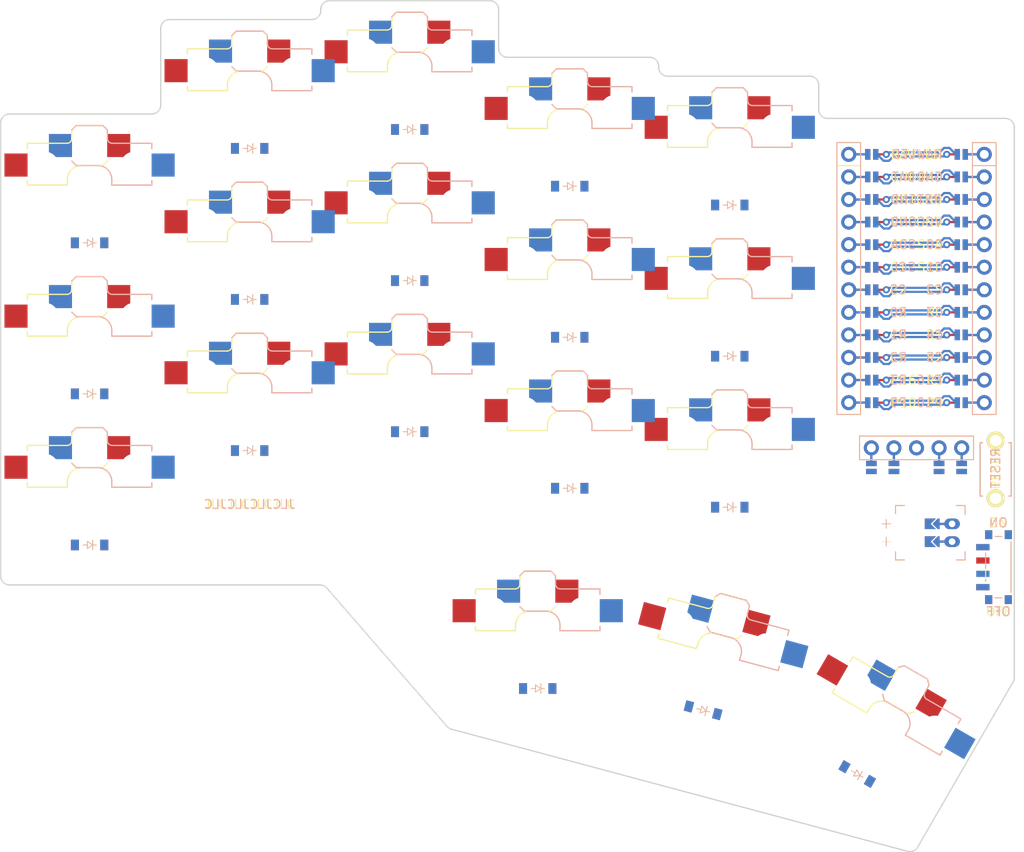
<source format=kicad_pcb>
(kicad_pcb (version 20240108) (generator "pcbnew") (generator_version "8.0")
  (title_block (title "corney_island_wireless") (date "2024-12-31") (rev "0.2") (company "ceoloide"))
  (layers (0 "F.Cu" signal) (31 "B.Cu" signal) (34 "B.Paste" user) (35 "F.Paste" user) (36 "B.SilkS" user "B.Silkscreen") (37 "F.SilkS" user "F.Silkscreen") (38 "B.Mask" user) (39 "F.Mask" user) (44 "Edge.Cuts" user))
  (net 0 "")
  (net 1 "C1")
  (net 2 "pinky_bottom_B")
  (net 3 "GND")
  (net 4 "pinky_home_B")
  (net 5 "pinky_top_B")
  (net 6 "C2")
  (net 7 "ring_bottom_B")
  (net 8 "ring_home_B")
  (net 9 "ring_top_B")
  (net 10 "C3")
  (net 11 "middle_bottom_B")
  (net 12 "middle_home_B")
  (net 13 "middle_top_B")
  (net 14 "C4")
  (net 15 "index_bottom_B")
  (net 16 "index_home_B")
  (net 17 "index_top_B")
  (net 18 "C5")
  (net 19 "inner_bottom_B")
  (net 20 "inner_home_B")
  (net 21 "inner_top_B")
  (net 22 "near_home_B")
  (net 23 "mid_home_B")
  (net 24 "far_home_B")
  (net 25 "R2")
  (net 26 "R1")
  (net 27 "R0")
  (net 28 "R3")
  (net 29 "pinky_bottom_F")
  (net 30 "pinky_home_F")
  (net 31 "pinky_top_F")
  (net 32 "ring_bottom_F")
  (net 33 "ring_home_F")
  (net 34 "ring_top_F")
  (net 35 "middle_bottom_F")
  (net 36 "middle_home_F")
  (net 37 "middle_top_F")
  (net 38 "index_bottom_F")
  (net 39 "index_home_F")
  (net 40 "index_top_F")
  (net 41 "inner_bottom_F")
  (net 42 "inner_home_F")
  (net 43 "inner_top_F")
  (net 44 "near_home_F")
  (net 45 "mid_home_F")
  (net 46 "far_home_F")
  (net 47 "RAW")
  (net 48 "RST")
  (net 49 "VCC")
  (net 50 "C0")
  (net 51 "P16")
  (net 52 "P10")
  (net 53 "LED")
  (net 54 "DAT")
  (net 55 "SDA")
  (net 56 "SCL")
  (net 57 "CS")
  (net 58 "P9")
  (net 59 "MCU1_24")
  (net 60 "MCU1_1")
  (net 61 "MCU1_23")
  (net 62 "MCU1_2")
  (net 63 "MCU1_22")
  (net 64 "MCU1_3")
  (net 65 "MCU1_21")
  (net 66 "MCU1_4")
  (net 67 "MCU1_20")
  (net 68 "MCU1_5")
  (net 69 "MCU1_19")
  (net 70 "MCU1_6")
  (net 71 "MCU1_18")
  (net 72 "MCU1_7")
  (net 73 "MCU1_17")
  (net 74 "MCU1_8")
  (net 75 "MCU1_16")
  (net 76 "MCU1_9")
  (net 77 "MCU1_15")
  (net 78 "MCU1_10")
  (net 79 "MCU1_14")
  (net 80 "MCU1_11")
  (net 81 "MCU1_13")
  (net 82 "MCU1_12")
  (net 83 "MOSI")
  (net 84 "SCK")
  (net 85 "DISP1_1")
  (net 86 "DISP1_2")
  (net 87 "DISP1_4")
  (net 88 "DISP1_5")
  (net 89 "BAT_P")
  (net 90 "JST1_1")
  (net 91 "JST1_2")
  (footprint "kbd:ResetSW" (layer "F.Cu") (at 201.9 96.5 90)
    (property "Reference" "B1" (hide yes))
    (property "Value" "")
  )
  (footprint "ceoloide:switch_choc_v1_v2" (layer "F.Cu") (at 170.293294 118.769002 -15)
    (property "Reference" "S35" (hide yes))
    (property "Value" "")
  )
  (footprint "ceoloide:diode_tht_sod123" (layer "F.Cu") (at 172 100.75 180)
    (property "Reference" "D31" (hide yes))
    (property "Value" "")
  )
  (footprint "ceoloide:switch_choc_v1_v2" (layer "F.Cu") (at 118 89.375)
    (property "Reference" "S22" (hide yes))
    (property "Value" "")
  )
  (footprint "ceoloide:switch_choc_v1_v2" (layer "F.Cu") (at 136 53.25)
    (property "Reference" "S27" (hide yes))
    (property "Value" "")
  )
  (footprint "ceoloide:mounting_hole_npth" (layer "F.Cu") (at 163 68.125)
    (property "Reference" "MH5" (hide yes))
    (property "Value" "")
  )
  (footprint "ceoloide:mounting_hole_npth" (layer "F.Cu") (at 181.186589 112.888004 -15)
    (property "Reference" "MH7" (hide yes))
    (property "Value" "")
  )
  (footprint "ceoloide:diode_tht_sod123" (layer "F.Cu") (at 154 64.625 180)
    (property "Reference" "D30" (hide yes))
    (property "Value" "")
  )
  (footprint "ceoloide:diode_tht_sod123" (layer "F.Cu") (at 168.999199 123.598631 165)
    (property "Reference" "D35" (hide yes))
    (property "Value" "")
  )
  (footprint "ceoloide:mounting_hole_npth" (layer "F.Cu") (at 201 114.475)
    (property "Reference" "MH2" (hide yes))
    (property "Value" "")
  )
  (footprint "ceoloide:diode_tht_sod123" (layer "F.Cu") (at 172 66.75 180)
    (property "Reference" "D33" (hide yes))
    (property "Value" "")
  )
  (footprint "ceoloide:diode_tht_sod123" (layer "F.Cu") (at 154 98.625 180)
    (property "Reference" "D28" (hide yes))
    (property "Value" "")
  )
  (footprint "ceoloide:diode_tht_sod123" (layer "F.Cu") (at 100 88 180)
    (property "Reference" "D20" (hide yes))
    (property "Value" "")
  )
  (footprint "ceoloide:mcu_nice_nano" (layer "F.Cu") (at 193 73.745)
    (property "Reference" "MCU1" (hide yes))
    (property "Value" "")
  )
  (footprint "ceoloide:diode_tht_sod123" (layer "F.Cu") (at 136 58.25 180)
    (property "Reference" "D27" (hide yes))
    (property "Value" "")
  )
  (footprint "ceoloide:diode_tht_sod123" (layer "F.Cu") (at 118 77.375 180)
    (property "Reference" "D23" (hide yes))
    (property "Value" "")
  )
  (footprint "ceoloide:diode_tht_sod123" (layer "F.Cu") (at 150.4 121.15 180)
    (property "Reference" "D34" (hide yes))
    (property "Value" "")
  )
  (footprint "ceoloide:mounting_hole_npth" (layer "F.Cu") (at 185 105.575)
    (property "Reference" "MH1" (hide yes))
    (property "Value" "")
  )
  (footprint "ceoloide:diode_tht_sod123" (layer "F.Cu") (at 100 71 180)
    (property "Reference" "D21" (hide yes))
    (property "Value" "")
  )
  (footprint "ceoloide:switch_choc_v1_v2" (layer "F.Cu") (at 154 76.625)
    (property "Reference" "S29" (hide yes))
    (property "Value" "")
  )
  (footprint "ceoloide:switch_choc_v1_v2" (layer "F.Cu") (at 172 95.75)
    (property "Reference" "S31" (hide yes))
    (property "Value" "")
  )
  (footprint "ceoloide:switch_choc_v1_v2" (layer "F.Cu") (at 172 78.75)
    (property "Reference" "S32" (hide yes))
    (property "Value" "")
  )
  (footprint "ceoloide:switch_choc_v1_v2" (layer "F.Cu") (at 136 87.25)
    (property "Reference" "S25" (hide yes))
    (property "Value" "")
  )
  (footprint "ceoloide:mounting_hole_npth" (layer "F.Cu") (at 141.4 107.65)
    (property "Reference" "MH6" (hide yes))
    (property "Value" "")
  )
  (footprint "ceoloide:switch_choc_v1_v2" (layer "F.Cu") (at 188.830894 126.447527 -30)
    (property "Reference" "S36" (hide yes))
    (property "Value" "")
  )
  (footprint "ceoloide:switch_choc_v1_v2" (layer "F.Cu") (at 100 83)
    (property "Reference" "S20" (hide yes))
    (property "Value" "")
  )
  (footprint "ceoloide:display_nice_view" (layer "F.Cu") (at 193 77.375)
    (property "Reference" "DISP1" (hide yes))
    (property "Value" "")
  )
  (footprint "ceoloide:switch_choc_v1_v2" (layer "F.Cu") (at 136 70.25)
    (property "Reference" "S26" (hide yes))
    (property "Value" "")
  )
  (footprint "ceoloide:switch_choc_v1_v2" (layer "F.Cu") (at 118 55.375)
    (property "Reference" "S24" (hide yes))
    (property "Value" "")
  )
  (footprint "ceoloide:diode_tht_sod123" (layer "F.Cu") (at 172 83.75 180)
    (property "Reference" "D32" (hide yes))
    (property "Value" "")
  )
  (footprint "ceoloide:switch_choc_v1_v2" (layer "F.Cu") (at 100 66)
    (property "Reference" "S21" (hide yes))
    (property "Value" "")
  )
  (footprint "ceoloide:power_switch_smd_side" (layer "F.Cu") (at 202.2 107.5)
    (property "Reference" "PWR1" (hide yes))
    (property "Value" "")
  )
  (footprint "ceoloide:switch_choc_v1_v2" (layer "F.Cu") (at 100 100)
    (property "Reference" "S19" (hide yes))
    (property "Value" "")
  )
  (footprint "ceoloide:diode_tht_sod123" (layer "F.Cu") (at 100 105 180)
    (property "Reference" "D19" (hide yes))
    (property "Value" "")
  )
  (footprint "ceoloide:diode_tht_sod123" (layer "F.Cu") (at 118 94.375 180)
    (property "Reference" "D22" (hide yes))
    (property "Value" "")
  )
  (footprint "ceoloide:mounting_hole_npth" (layer "F.Cu") (at 109 74.5)
    (property "Reference" "MH3" (hide yes))
    (property "Value" "")
  )
  (footprint "ceoloide:diode_tht_sod123" (layer "F.Cu") (at 136 75.25 180)
    (property "Reference" "D26" (hide yes))
    (property "Value" "")
  )
  (footprint "ceoloide:battery_connector_jst_ph_2" (layer "F.Cu") (at 197 103.625 -90)
    (property "Reference" "JST1" (hide yes))
    (property "Value" "")
  )
  (footprint "ceoloide:switch_choc_v1_v2" (layer "F.Cu") (at 154 93.625)
    (property "Reference" "S28" (hide yes))
    (property "Value" "")
  )
  (footprint "ceoloide:diode_tht_sod123" (layer "F.Cu") (at 118 60.375 180)
    (property "Reference" "D24" (hide yes))
    (property "Value" "")
  )
  (footprint "ceoloide:switch_choc_v1_v2" (layer "F.Cu") (at 172 61.75)
    (property "Reference" "S33" (hide yes))
    (property "Value" "")
  )
  (footprint "ceoloide:mounting_hole_npth" (layer "F.Cu") (at 109 91.5)
    (property "Reference" "MH4" (hide yes))
    (property "Value" "")
  )
  (footprint "ceoloide:switch_choc_v1_v2" (layer "F.Cu") (at 154 59.625)
    (property "Reference" "S30" (hide yes))
    (property "Value" "")
  )
  (footprint "ceoloide:diode_tht_sod123" (layer "F.Cu") (at 186.330894 130.777654 150)
    (property "Reference" "D36" (hide yes))
    (property "Value" "")
  )
  (footprint "ceoloide:diode_tht_sod123" (layer "F.Cu") (at 154 81.625 180)
    (property "Reference" "D29" (hide yes))
    (property "Value" "")
  )
  (footprint "ceoloide:switch_choc_v1_v2" (layer "F.Cu") (at 118 72.375)
    (property "Reference" "S23" (hide yes))
    (property "Value" "")
  )
  (footprint "ceoloide:diode_tht_sod123" (layer "F.Cu") (at 136 92.25 180)
    (property "Reference" "D25" (hide yes))
    (property "Value" "")
  )
  (footprint "ceoloide:switch_choc_v1_v2" (layer "F.Cu") (at 150.4 116.15)
    (property "Reference" "S34" (hide yes))
    (property "Value" "")
  )
  (footprint "ceoloide:diode_tht_sod123" (layer "B.Cu") (at 118 60.375 180)
    (property "Reference" "D6" (hide yes))
    (property "Value" "")
  )
  (footprint "ceoloide:switch_choc_v1_v2" (layer "B.Cu") (at 154 76.625)
    (property "Reference" "S11" (hide yes))
    (property "Value" "")
  )
  (footprint "ceoloide:switch_choc_v1_v2" (layer "B.Cu") (at 172 95.75)
    (property "Reference" "S13" (hide yes))
    (property "Value" "")
  )
  (footprint "ceoloide:switch_choc_v1_v2" (layer "B.Cu") (at 188.830894 126.447527 -30)
    (property "Reference" "S18" (hide yes))
    (property "Value" "")
  )
  (footprint "ceoloide:switch_choc_v1_v2" (layer "B.Cu") (at 136 87.25)
    (property "Reference" "S7" (hide yes))
    (property "Value" "")
  )
  (footprint "ceoloide:switch_choc_v1_v2" (layer "B.Cu") (at 170.293294 118.769002 -15)
    (property "Reference" "S17" (hide yes))
    (property "Value" "")
  )
  (footprint "ceoloide:diode_tht_sod123" (layer "B.Cu") (at 136 92.25 180)
    (property "Reference" "D7" (hide yes))
    (property "Value" "")
  )
  (footprint "ceoloide:switch_choc_v1_v2" (layer "B.Cu") (at 100 66)
    (property "Reference" "S3" (hide yes))
    (property "Value" "")
  )
  (footprint "ceoloide:diode_tht_sod123" (layer "B.Cu") (at 186.330894 130.777654 150)
    (property "Reference" "D18" (hide yes))
    (property "Value" "")
  )
  (footprint "ceoloide:switch_choc_v1_v2" (layer "B.Cu") (at 118 72.375)
    (property "Reference" "S5" (hide yes))
    (property "Value" "")
  )
  (footprint "ceoloide:diode_tht_sod123" (layer "B.Cu") (at 172 100.75 180)
    (property "Reference" "D13" (hide yes))
    (property "Value" "")
  )
  (footprint "ceoloide:diode_tht_sod123" (layer "B.Cu") (at 168.999199 123.598631 165)
    (property "Reference" "D17" (hide yes))
    (property "Value" "")
  )
  (footprint "ceoloide:switch_choc_v1_v2" (layer "B.Cu") (at 172 61.75)
    (property "Reference" "S15" (hide yes))
    (property "Value" "")
  )
  (footprint "ceoloide:switch_choc_v1_v2" (layer "B.Cu") (at 118 55.375)
    (property "Reference" "S6" (hide yes))
    (property "Value" "")
  )
  (footprint "ceoloide:switch_choc_v1_v2" (layer "B.Cu") (at 154 59.625)
    (property "Reference" "S12" (hide yes))
    (property "Value" "")
  )
  (footprint "ceoloide:diode_tht_sod123" (layer "B.Cu") (at 150.4 121.15 180)
    (property "Reference" "D16" (hide yes))
    (property "Value" "")
  )
  (footprint "ceoloide:diode_tht_sod123" (layer "B.Cu") (at 100 105 180)
    (property "Reference" "D1" (hide yes))
    (property "Value" "")
  )
  (footprint "ceoloide:diode_tht_sod123" (layer "B.Cu") (at 118 94.375 180)
    (property "Reference" "D4" (hide yes))
    (property "Value" "")
  )
  (footprint "ceoloide:switch_choc_v1_v2" (layer "B.Cu") (at 100 83)
    (property "Reference" "S2" (hide yes))
    (property "Value" "")
  )
  (footprint "ceoloide:switch_choc_v1_v2" (layer "B.Cu") (at 172 78.75)
    (property "Reference" "S14" (hide yes))
    (property "Value" "")
  )
  (footprint "ceoloide:diode_tht_sod123" (layer "B.Cu") (at 136 75.25 180)
    (property "Reference" "D8" (hide yes))
    (property "Value" "")
  )
  (footprint "ceoloide:switch_choc_v1_v2" (layer "B.Cu") (at 154 93.625)
    (property "Reference" "S10" (hide yes))
    (property "Value" "")
  )
  (footprint "ceoloide:switch_choc_v1_v2" (layer "B.Cu") (at 118 89.375)
    (property "Reference" "S4" (hide yes))
    (property "Value" "")
  )
  (footprint "ceoloide:diode_tht_sod123" (layer "B.Cu") (at 118 77.375 180)
    (property "Reference" "D5" (hide yes))
    (property "Value" "")
  )
  (footprint "ceoloide:diode_tht_sod123" (layer "B.Cu") (at 100 71 180)
    (property "Reference" "D3" (hide yes))
    (property "Value" "")
  )
  (footprint "ceoloide:switch_choc_v1_v2" (layer "B.Cu") (at 136 53.25)
    (property "Reference" "S9" (hide yes))
    (property "Value" "")
  )
  (footprint "ceoloide:diode_tht_sod123" (layer "B.Cu") (at 136 58.25 180)
    (property "Reference" "D9" (hide yes))
    (property "Value" "")
  )
  (footprint "ceoloide:diode_tht_sod123" (layer "B.Cu") (at 172 66.75 180)
    (property "Reference" "D15" (hide yes))
    (property "Value" "")
  )
  (footprint "ceoloide:switch_choc_v1_v2" (layer "B.Cu") (at 136 70.25)
    (property "Reference" "S8" (hide yes))
    (property "Value" "")
  )
  (footprint "ceoloide:diode_tht_sod123" (layer "B.Cu") (at 154 98.625 180)
    (property "Reference" "D10" (hide yes))
    (property "Value" "")
  )
  (footprint "ceoloide:diode_tht_sod123" (layer "B.Cu") (at 100 88 180)
    (property "Reference" "D2" (hide yes))
    (property "Value" "")
  )
  (footprint "ceoloide:diode_tht_sod123" (layer "B.Cu") (at 154 81.625 180)
    (property "Reference" "D11" (hide yes))
    (property "Value" "")
  )
  (footprint "ceoloide:switch_choc_v1_v2" (layer "B.Cu") (at 150.4 116.15)
    (property "Reference" "S16" (hide yes))
    (property "Value" "")
  )
  (footprint "ceoloide:switch_choc_v1_v2" (layer "B.Cu") (at 100 100)
    (property "Reference" "S1" (hide yes))
    (property "Value" "")
  )
  (footprint "ceoloide:diode_tht_sod123" (layer "B.Cu") (at 172 83.75 180)
    (property "Reference" "D14" (hide yes))
    (property "Value" "")
  )
  (footprint "ceoloide:diode_tht_sod123" (layer "B.Cu") (at 154 64.625 180)
    (property "Reference" "D12" (hide yes))
    (property "Value" "")
  )
  (gr_line (start 182 56) (end 182 53.25) (stroke (width 0.15)) (layer "Edge.Cuts"))
  (gr_arc (start 140.695574 125.729199) (mid 140.424268 125.611187) (end 140.19936 125.41896) (stroke (width 0.15)) (layer "Edge.Cuts"))
  (gr_line (start 107 56.5) (end 91 56.5) (stroke (width 0.15)) (layer "Edge.Cuts"))
  (gr_line (start 204 119.905915) (end 204 58) (stroke (width 0.15)) (layer "Edge.Cuts"))
  (gr_line (start 125 45.875) (end 109 45.875) (stroke (width 0.15)) (layer "Edge.Cuts"))
  (gr_line (start 145 43.75) (end 127 43.75) (stroke (width 0.15)) (layer "Edge.Cuts"))
  (gr_line (start 191.999967 139.476169) (end 140.695574 125.729199) (stroke (width 0.15)) (layer "Edge.Cuts"))
  (gr_arc (start 91 109.5) (mid 90.292893 109.207107) (end 90 108.5) (stroke (width 0.15)) (layer "Edge.Cuts"))
  (gr_arc (start 126 44.75) (mid 126.292893 44.042893) (end 127 43.75) (stroke (width 0.15)) (layer "Edge.Cuts"))
  (gr_line (start 91 109.5) (end 125.918976 109.5) (stroke (width 0.15)) (layer "Edge.Cuts"))
  (gr_arc (start 183 57) (mid 182.292893 56.707107) (end 182 56) (stroke (width 0.15)) (layer "Edge.Cuts"))
  (gr_line (start 193.124811 139.010244) (end 203.866025 120.405915) (stroke (width 0.15)) (layer "Edge.Cuts"))
  (gr_arc (start 108 55.5) (mid 107.707107 56.207107) (end 107 56.5) (stroke (width 0.15)) (layer "Edge.Cuts"))
  (gr_line (start 90 108.5) (end 90 57.5) (stroke (width 0.15)) (layer "Edge.Cuts"))
  (gr_arc (start 90 57.5) (mid 90.292893 56.792893) (end 91 56.5) (stroke (width 0.15)) (layer "Edge.Cuts"))
  (gr_arc (start 193.124811 139.010244) (mid 192.641465 139.434097) (end 191.999967 139.476169) (stroke (width 0.15)) (layer "Edge.Cuts"))
  (gr_line (start 183 57) (end 203 57) (stroke (width 0.15)) (layer "Edge.Cuts"))
  (gr_arc (start 108 46.875) (mid 108.292893 46.167893) (end 109 45.875) (stroke (width 0.15)) (layer "Edge.Cuts"))
  (gr_line (start 126 44.75) (end 126 44.875) (stroke (width 0.15)) (layer "Edge.Cuts"))
  (gr_line (start 146 49.125) (end 146 44.75) (stroke (width 0.15)) (layer "Edge.Cuts"))
  (gr_arc (start 147 50.125) (mid 146.292893 49.832107) (end 146 49.125) (stroke (width 0.15)) (layer "Edge.Cuts"))
  (gr_arc (start 126 44.875) (mid 125.707107 45.582107) (end 125 45.875) (stroke (width 0.15)) (layer "Edge.Cuts"))
  (gr_arc (start 204 119.905915) (mid 203.965922 120.164733) (end 203.866025 120.405915) (stroke (width 0.15)) (layer "Edge.Cuts"))
  (gr_line (start 181 52.25) (end 165 52.25) (stroke (width 0.15)) (layer "Edge.Cuts"))
  (gr_arc (start 125.918976 109.5) (mid 126.333899 109.590133) (end 126.674009 109.844313) (stroke (width 0.15)) (layer "Edge.Cuts"))
  (gr_line (start 164 51.25) (end 164 51.125) (stroke (width 0.15)) (layer "Edge.Cuts"))
  (gr_line (start 140.19936 125.41896) (end 126.674009 109.844313) (stroke (width 0.15)) (layer "Edge.Cuts"))
  (gr_line (start 163 50.125) (end 147 50.125) (stroke (width 0.15)) (layer "Edge.Cuts"))
  (gr_arc (start 203 57) (mid 203.707107 57.292893) (end 204 58) (stroke (width 0.15)) (layer "Edge.Cuts"))
  (gr_arc (start 145 43.75) (mid 145.707107 44.042893) (end 146 44.75) (stroke (width 0.15)) (layer "Edge.Cuts"))
  (gr_line (start 108 46.875) (end 108 55.5) (stroke (width 0.15)) (layer "Edge.Cuts"))
  (gr_arc (start 163 50.125) (mid 163.707107 50.417893) (end 164 51.125) (stroke (width 0.15)) (layer "Edge.Cuts"))
  (gr_arc (start 181 52.25) (mid 181.707107 52.542893) (end 182 53.25) (stroke (width 0.15)) (layer "Edge.Cuts"))
  (gr_arc (start 165 52.25) (mid 164.292893 51.957107) (end 164 51.25) (stroke (width 0.15)) (layer "Edge.Cuts"))
  (gr_text "JLCJLCJLCJLC" (at 118 100.425 0) (layer "B.SilkS") (effects (font (size 1 1)) (justify mirror)))
  (gr_text "JLCJLCJLCJLC" (at 118 100.425 0) (layer "F.SilkS") (effects (font (size 1 1))))
  (segment (start 188.42 73.745) (end 189.6 73.745) (width 0.25) (layer "F.Cu") (net 1))
  (segment (start 196.099695 73.02) (end 195.594695 73.525) (width 0.25) (layer "B.Cu") (net 1))
  (segment (start 196.700305 73.02) (end 196.099695 73.02) (width 0.25) (layer "B.Cu") (net 1))
  (segment (start 197.425305 73.745) (end 196.700305 73.02) (width 0.25) (layer "B.Cu") (net 1))
  (segment (start 197.775 73.745) (end 197.425305 73.745) (width 0.25) (layer "B.Cu") (net 1))
  (segment (start 195.594695 73.525) (end 189.82 73.525) (width 0.25) (layer "B.Cu") (net 1))
  (segment (start 197.58 68.665) (end 196.4 68.665) (width 0.25) (layer "F.Cu") (net 3))
  (segment (start 188.42 63.585) (end 189.6 63.585) (width 0.25) (layer "F.Cu") (net 3))
  (segment (start 197.58 66.125) (end 196.4 66.125) (width 0.25) (layer "F.Cu") (net 3))
  (segment (start 196.099695 62.86) (end 195.594695 63.365) (width 0.25) (layer "B.Cu") (net 3))
  (segment (start 189.299695 69.39) (end 189.900305 69.39) (width 0.25) (layer "B.Cu") (net 3))
  (segment (start 189.900305 66.85) (end 190.395305 66.355) (width 0.25) (layer "B.Cu") (net 3))
  (segment (start 190.395305 66.355) (end 196.17 66.355) (width 0.25) (layer "B.Cu") (net 3))
  (segment (start 197.775 63.585) (end 197.425305 63.585) (width 0.25) (layer "B.Cu") (net 3))
  (segment (start 188.574695 66.125) (end 189.299695 66.85) (width 0.25) (layer "B.Cu") (net 3))
  (segment (start 189.900305 69.39) (end 190.395305 68.895) (width 0.25) (layer "B.Cu") (net 3))
  (segment (start 188.574695 68.665) (end 189.299695 69.39) (width 0.25) (layer "B.Cu") (net 3))
  (segment (start 188.225 66.125) (end 188.574695 66.125) (width 0.25) (layer "B.Cu") (net 3))
  (segment (start 189.299695 66.85) (end 189.900305 66.85) (width 0.25) (layer "B.Cu") (net 3))
  (segment (start 197.425305 63.585) (end 196.700305 62.86) (width 0.25) (layer "B.Cu") (net 3))
  (segment (start 196.700305 62.86) (end 196.099695 62.86) (width 0.25) (layer "B.Cu") (net 3))
  (segment (start 190.395305 68.895) (end 196.17 68.895) (width 0.25) (layer "B.Cu") (net 3))
  (segment (start 195.594695 63.365) (end 189.82 63.365) (width 0.25) (layer "B.Cu") (net 3))
  (segment (start 188.225 68.665) (end 188.574695 68.665) (width 0.25) (layer "B.Cu") (net 3))
  (segment (start 188.42 76.285) (end 189.6 76.285) (width 0.25) (layer "F.Cu") (net 6))
  (segment (start 197.425305 76.285) (end 196.700305 75.56) (width 0.25) (layer "B.Cu") (net 6))
  (segment (start 196.700305 75.56) (end 196.099695 75.56) (width 0.25) (layer "B.Cu") (net 6))
  (segment (start 196.099695 75.56) (end 195.594695 76.065) (width 0.25) (layer "B.Cu") (net 6))
  (segment (start 197.775 76.285) (end 197.425305 76.285) (width 0.25) (layer "B.Cu") (net 6))
  (segment (start 195.594695 76.065) (end 189.82 76.065) (width 0.25) (layer "B.Cu") (net 6))
  (segment (start 188.42 78.825) (end 189.6 78.825) (width 0.25) (layer "F.Cu") (net 10))
  (segment (start 195.594695 78.605) (end 189.82 78.605) (width 0.25) (layer "B.Cu") (net 10))
  (segment (start 196.700305 78.1) (end 196.099695 78.1) (width 0.25) (layer "B.Cu") (net 10))
  (segment (start 196.099695 78.1) (end 195.594695 78.605) (width 0.25) (layer "B.Cu") (net 10))
  (segment (start 197.775 78.825) (end 197.425305 78.825) (width 0.25) (layer "B.Cu") (net 10))
  (segment (start 197.425305 78.825) (end 196.700305 78.1) (width 0.25) (layer "B.Cu") (net 10))
  (segment (start 188.42 81.365) (end 189.6 81.365) (width 0.25) (layer "F.Cu") (net 14))
  (segment (start 195.594695 81.145) (end 189.82 81.145) (width 0.25) (layer "B.Cu") (net 14))
  (segment (start 196.700305 80.64) (end 196.099695 80.64) (width 0.25) (layer "B.Cu") (net 14))
  (segment (start 197.425305 81.365) (end 196.700305 80.64) (width 0.25) (layer "B.Cu") (net 14))
  (segment (start 196.099695 80.64) (end 195.594695 81.145) (width 0.25) (layer "B.Cu") (net 14))
  (segment (start 197.775 81.365) (end 197.425305 81.365) (width 0.25) (layer "B.Cu") (net 14))
  (segment (start 188.42 83.905) (end 189.6 83.905) (width 0.25) (layer "F.Cu") (net 18))
  (segment (start 196.700305 83.18) (end 196.099695 83.18) (width 0.25) (layer "B.Cu") (net 18))
  (segment (start 196.099695 83.18) (end 195.594695 83.685) (width 0.25) (layer "B.Cu") (net 18))
  (segment (start 197.425305 83.905) (end 196.700305 83.18) (width 0.25) (layer "B.Cu") (net 18))
  (segment (start 197.775 83.905) (end 197.425305 83.905) (width 0.25) (layer "B.Cu") (net 18))
  (segment (start 195.594695 83.685) (end 189.82 83.685) (width 0.25) (layer "B.Cu") (net 18))
  (segment (start 197.58 83.905) (end 196.4 83.905) (width 0.25) (layer "F.Cu") (net 25))
  (segment (start 190.395305 84.135) (end 196.17 84.135) (width 0.25) (layer "B.Cu") (net 25))
  (segment (start 188.225 83.905) (end 188.574695 83.905) (width 0.25) (layer "B.Cu") (net 25))
  (segment (start 188.574695 83.905) (end 189.299695 84.63) (width 0.25) (layer "B.Cu") (net 25))
  (segment (start 189.299695 84.63) (end 189.900305 84.63) (width 0.25) (layer "B.Cu") (net 25))
  (segment (start 189.900305 84.63) (end 190.395305 84.135) (width 0.25) (layer "B.Cu") (net 25))
  (segment (start 197.58 81.365) (end 196.4 81.365) (width 0.25) (layer "F.Cu") (net 26))
  (segment (start 188.225 81.365) (end 188.574695 81.365) (width 0.25) (layer "B.Cu") (net 26))
  (segment (start 189.900305 82.09) (end 190.395305 81.595) (width 0.25) (layer "B.Cu") (net 26))
  (segment (start 188.574695 81.365) (end 189.299695 82.09) (width 0.25) (layer "B.Cu") (net 26))
  (segment (start 190.395305 81.595) (end 196.17 81.595) (width 0.25) (layer "B.Cu") (net 26))
  (segment (start 189.299695 82.09) (end 189.900305 82.09) (width 0.25) (layer "B.Cu") (net 26))
  (segment (start 197.58 78.825) (end 196.4 78.825) (width 0.25) (layer "F.Cu") (net 27))
  (segment (start 188.225 78.825) (end 188.574695 78.825) (width 0.25) (layer "B.Cu") (net 27))
  (segment (start 189.900305 79.55) (end 190.395305 79.055) (width 0.25) (layer "B.Cu") (net 27))
  (segment (start 189.299695 79.55) (end 189.900305 79.55) (width 0.25) (layer "B.Cu") (net 27))
  (segment (start 188.574695 78.825) (end 189.299695 79.55) (width 0.25) (layer "B.Cu") (net 27))
  (segment (start 190.395305 79.055) (end 196.17 79.055) (width 0.25) (layer "B.Cu") (net 27))
  (segment (start 197.58 86.445) (end 196.4 86.445) (width 0.25) (layer "F.Cu") (net 28))
  (segment (start 190.395305 86.675) (end 196.17 86.675) (width 0.25) (layer "B.Cu") (net 28))
  (segment (start 189.299695 87.17) (end 189.900305 87.17) (width 0.25) (layer "B.Cu") (net 28))
  (segment (start 188.574695 86.445) (end 189.299695 87.17) (width 0.25) (layer "B.Cu") (net 28))
  (segment (start 189.900305 87.17) (end 190.395305 86.675) (width 0.25) (layer "B.Cu") (net 28))
  (segment (start 188.225 86.445) (end 188.574695 86.445) (width 0.25) (layer "B.Cu") (net 28))
  (segment (start 188.42 61.045) (end 189.6 61.045) (width 0.25) (layer "F.Cu") (net 47))
  (segment (start 195.594695 60.825) (end 189.82 60.825) (width 0.25) (layer "B.Cu") (net 47))
  (segment (start 197.425305 61.045) (end 196.700305 60.32) (width 0.25) (layer "B.Cu") (net 47))
  (segment (start 196.099695 60.32) (end 195.594695 60.825) (width 0.25) (layer "B.Cu") (net 47))
  (segment (start 196.700305 60.32) (end 196.099695 60.32) (width 0.25) (layer "B.Cu") (net 47))
  (segment (start 197.775 61.045) (end 197.425305 61.045) (width 0.25) (layer "B.Cu") (net 47))
  (segment (start 188.42 66.125) (end 189.6 66.125) (width 0.25) (layer "F.Cu") (net 48))
  (segment (start 197.775 66.125) (end 197.425305 66.125) (width 0.25) (layer "B.Cu") (net 48))
  (segment (start 197.425305 66.125) (end 196.700305 65.4) (width 0.25) (layer "B.Cu") (net 48))
  (segment (start 195.594695 65.905) (end 189.82 65.905) (width 0.25) (layer "B.Cu") (net 48))
  (segment (start 196.099695 65.4) (end 195.594695 65.905) (width 0.25) (layer "B.Cu") (net 48))
  (segment (start 196.700305 65.4) (end 196.099695 65.4) (width 0.25) (layer "B.Cu") (net 48))
  (segment (start 188.42 68.665) (end 189.6 68.665) (width 0.25) (layer "F.Cu") (net 49))
  (segment (start 195.594695 68.445) (end 189.82 68.445) (width 0.25) (layer "B.Cu") (net 49))
  (segment (start 196.099695 67.94) (end 195.594695 68.445) (width 0.25) (layer "B.Cu") (net 49))
  (segment (start 197.425305 68.665) (end 196.700305 67.94) (width 0.25) (layer "B.Cu") (net 49))
  (segment (start 196.700305 67.94) (end 196.099695 67.94) (width 0.25) (layer "B.Cu") (net 49))
  (segment (start 197.775 68.665) (end 197.425305 68.665) (width 0.25) (layer "B.Cu") (net 49))
  (segment (start 188.42 71.205) (end 189.6 71.205) (width 0.25) (layer "F.Cu") (net 50))
  (segment (start 195.594695 70.985) (end 189.82 70.985) (width 0.25) (layer "B.Cu") (net 50))
  (segment (start 196.099695 70.48) (end 195.594695 70.985) (width 0.25) (layer "B.Cu") (net 50))
  (segment (start 197.775 71.205) (end 197.425305 71.205) (width 0.25) (layer "B.Cu") (net 50))
  (segment (start 196.700305 70.48) (end 196.099695 70.48) (width 0.25) (layer "B.Cu") (net 50))
  (segment (start 197.425305 71.205) (end 196.700305 70.48) (width 0.25) (layer "B.Cu") (net 50))
  (segment (start 188.42 86.445) (end 189.6 86.445) (width 0.25) (layer "F.Cu") (net 51))
  (segment (start 196.099695 85.72) (end 195.594695 86.225) (width 0.25) (layer "B.Cu") (net 51))
  (segment (start 195.594695 86.225) (end 189.82 86.225) (width 0.25) (layer "B.Cu") (net 51))
  (segment (start 197.425305 86.445) (end 196.700305 85.72) (width 0.25) (layer "B.Cu") (net 51))
  (segment (start 196.700305 85.72) (end 196.099695 85.72) (width 0.25) (layer "B.Cu") (net 51))
  (segment (start 197.775 86.445) (end 197.425305 86.445) (width 0.25) (layer "B.Cu") (net 51))
  (segment (start 188.42 88.985) (end 189.6 88.985) (width 0.25) (layer "F.Cu") (net 52))
  (segment (start 196.099695 88.26) (end 195.594695 88.765) (width 0.25) (layer "B.Cu") (net 52))
  (segment (start 196.700305 88.26) (end 196.099695 88.26) (width 0.25) (layer "B.Cu") (net 52))
  (segment (start 195.594695 88.765) (end 189.82 88.765) (width 0.25) (layer "B.Cu") (net 52))
  (segment (start 197.775 88.985) (end 197.425305 88.985) (width 0.25) (layer "B.Cu") (net 52))
  (segment (start 197.425305 88.985) (end 196.700305 88.26) (width 0.25) (layer "B.Cu") (net 52))
  (segment (start 197.58 61.045) (end 196.4 61.045) (width 0.25) (layer "F.Cu") (net 53))
  (segment (start 190.395305 61.275) (end 196.17 61.275) (width 0.25) (layer "B.Cu") (net 53))
  (segment (start 188.225 61.045) (end 188.574695 61.045) (width 0.25) (layer "B.Cu") (net 53))
  (segment (start 188.574695 61.045) (end 189.299695 61.77) (width 0.25) (layer "B.Cu") (net 53))
  (segment (start 189.299695 61.77) (end 189.900305 61.77) (width 0.25) (layer "B.Cu") (net 53))
  (segment (start 189.900305 61.77) (end 190.395305 61.275) (width 0.25) (layer "B.Cu") (net 53))
  (segment (start 197.58 63.585) (end 196.4 63.585) (width 0.25) (layer "F.Cu") (net 54))
  (segment (start 188.225 63.585) (end 188.574695 63.585) (width 0.25) (layer "B.Cu") (net 54))
  (segment (start 190.395305 63.815) (end 196.17 63.815) (width 0.25) (layer "B.Cu") (net 54))
  (segment (start 189.900305 64.31) (end 190.395305 63.815) (width 0.25) (layer "B.Cu") (net 54))
  (segment (start 189.299695 64.31) (end 189.900305 64.31) (width 0.25) (layer "B.Cu") (net 54))
  (segment (start 188.574695 63.585) (end 189.299695 64.31) (width 0.25) (layer "B.Cu") (net 54))
  (segment (start 197.58 71.205) (end 196.4 71.205) (width 0.25) (layer "F.Cu") (net 55))
  (segment (start 189.900305 71.93) (end 190.395305 71.435) (width 0.25) (layer "B.Cu") (net 55))
  (segment (start 190.395305 71.435) (end 196.17 71.435) (width 0.25) (layer "B.Cu") (net 55))
  (segment (start 189.299695 71.93) (end 189.900305 71.93) (width 0.25) (layer "B.Cu") (net 55))
  (segment (start 188.574695 71.205) (end 189.299695 71.93) (width 0.25) (layer "B.Cu") (net 55))
  (segment (start 188.225 71.205) (end 188.574695 71.205) (width 0.25) (layer "B.Cu") (net 55))
  (segment (start 197.58 73.745) (end 196.4 73.745) (width 0.25) (layer "F.Cu") (net 56))
  (segment (start 189.299695 74.47) (end 189.900305 74.47) (width 0.25) (layer "B.Cu") (net 56))
  (segment (start 188.225 73.745) (end 188.574695 73.745) (width 0.25) (layer "B.Cu") (net 56))
  (segment (start 188.574695 73.745) (end 189.299695 74.47) (width 0.25) (layer "B.Cu") (net 56))
  (segment (start 189.900305 74.47) (end 190.395305 73.975) (width 0.25) (layer "B.Cu") (net 56))
  (segment (start 190.395305 73.975) (end 196.17 73.975) (width 0.25) (layer "B.Cu") (net 56))
  (segment (start 197.58 76.285) (end 196.4 76.285) (width 0.25) (layer "F.Cu") (net 57))
  (segment (start 188.574695 76.285) (end 189.299695 77.01) (width 0.25) (layer "B.Cu") (net 57))
  (segment (start 189.900305 77.01) (end 190.395305 76.515) (width 0.25) (layer "B.Cu") (net 57))
  (segment (start 190.395305 76.515) (end 196.17 76.515) (width 0.25) (layer "B.Cu") (net 57))
  (segment (start 188.225 76.285) (end 188.574695 76.285) (width 0.25) (layer "B.Cu") (net 57))
  (segment (start 189.299695 77.01) (end 189.900305 77.01) (width 0.25) (layer "B.Cu") (net 57))
  (segment (start 197.58 88.985) (end 196.4 88.985) (width 0.25) (layer "F.Cu") (net 58))
  (segment (start 189.299695 89.71) (end 189.900305 89.71) (width 0.25) (layer "B.Cu") (net 58))
  (segment (start 189.900305 89.71) (end 190.395305 89.215) (width 0.25) (layer "B.Cu") (net 58))
  (segment (start 190.395305 89.215) (end 196.17 89.215) (width 0.25) (layer "B.Cu") (net 58))
  (segment (start 188.574695 88.985) (end 189.299695 89.71) (width 0.25) (layer "B.Cu") (net 58))
  (segment (start 188.225 88.985) (end 188.574695 88.985) (width 0.25) (layer "B.Cu") (net 58))
  (segment (start 185.38 61.045) (end 187.5 61.045) (width 0.25) (layer "F.Cu") (net 59))
  (segment (start 185.38 61.045) (end 187.5 61.045) (width 0.25) (layer "B.Cu") (net 59))
  (segment (start 198.5 61.045) (end 200.62 61.045) (width 0.25) (layer "F.Cu") (net 60))
  (segment (start 200.62 61.045) (end 198.5 61.045) (width 0.25) (layer "B.Cu") (net 60))
  (segment (start 185.38 63.585) (end 187.5 63.585) (width 0.25) (layer "F.Cu") (net 61))
  (segment (start 185.38 63.585) (end 187.5 63.585) (width 0.25) (layer "B.Cu") (net 61))
  (segment (start 198.5 63.585) (end 200.62 63.585) (width 0.25) (layer "F.Cu") (net 62))
  (segment (start 200.62 63.585) (end 198.5 63.585) (width 0.25) (layer "B.Cu") (net 62))
  (segment (start 185.38 66.125) (end 187.5 66.125) (width 0.25) (layer "F.Cu") (net 63))
  (segment (start 185.38 66.125) (end 187.5 66.125) (width 0.25) (layer "B.Cu") (net 63))
  (segment (start 198.5 66.125) (end 200.62 66.125) (width 0.25) (layer "F.Cu") (net 64))
  (segment (start 200.62 66.125) (end 198.5 66.125) (width 0.25) (layer "B.Cu") (net 64))
  (segment (start 185.38 68.665) (end 187.5 68.665) (width 0.25) (layer "F.Cu") (net 65))
  (segment (start 185.38 68.665) (end 187.5 68.665) (width 0.25) (layer "B.Cu") (net 65))
  (segment (start 198.5 68.665) (end 200.62 68.665) (width 0.25) (layer "F.Cu") (net 66))
  (segment (start 200.62 68.665) (end 198.5 68.665) (width 0.25) (layer "B.Cu") (net 66))
  (segment (start 185.38 71.205) (end 187.5 71.205) (width 0.25) (layer "F.Cu") (net 67))
  (segment (start 185.38 71.205) (end 187.5 71.205) (width 0.25) (layer "B.Cu") (net 67))
  (segment (start 198.5 71.205) (end 200.62 71.205) (width 0.25) (layer "F.Cu") (net 68))
  (segment (start 200.62 71.205) (end 198.5 71.205) (width 0.25) (layer "B.Cu") (net 68))
  (segment (start 185.38 73.745) (end 187.5 73.745) (width 0.25) (layer "F.Cu") (net 69))
  (segment (start 185.38 73.745) (end 187.5 73.745) (width 0.25) (layer "B.Cu") (net 69))
  (segment (start 198.5 73.745) (end 200.62 73.745) (width 0.25) (layer "F.Cu") (net 70))
  (segment (start 200.62 73.745) (end 198.5 73.745) (width 0.25) (layer "B.Cu") (net 70))
  (segment (start 185.38 76.285) (end 187.5 76.285) (width 0.25) (layer "F.Cu") (net 71))
  (segment (start 185.38 76.285) (end 187.5 76.285) (width 0.25) (layer "B.Cu") (net 71))
  (segment (start 198.5 76.285) (end 200.62 76.285) (width 0.25) (layer "F.Cu") (net 72))
  (segment (start 200.62 76.285) (end 198.5 76.285) (width 0.25) (layer "B.Cu") (net 72))
  (segment (start 185.38 78.825) (end 187.5 78.825) (width 0.25) (layer "F.Cu") (net 73))
  (segment (start 185.38 78.825) (end 187.5 78.825) (width 0.25) (layer "B.Cu") (net 73))
  (segment (start 198.5 78.825) (end 200.62 78.825) (width 0.25) (layer "F.Cu") (net 74))
  (segment (start 200.62 78.825) (end 198.5 78.825) (width 0.25) (layer "B.Cu") (net 74))
  (segment (start 185.38 81.365) (end 187.5 81.365) (width 0.25) (layer "F.Cu") (net 75))
  (segment (start 185.38 81.365) (end 187.5 81.365) (width 0.25) (layer "B.Cu") (net 75))
  (segment (start 198.5 81.365) (end 200.62 81.365) (width 0.25) (layer "F.Cu") (net 76))
  (segment (start 200.62 81.365) (end 198.5 81.365) (width 0.25) (layer "B.Cu") (net 76))
  (segment (start 185.38 83.905) (end 187.5 83.905) (width 0.25) (layer "F.Cu") (net 77))
  (segment (start 185.38 83.905) (end 187.5 83.905) (width 0.25) (layer "B.Cu") (net 77))
  (segment (start 198.5 83.905) (end 200.62 83.905) (width 0.25) (layer "F.Cu") (net 78))
  (segment (start 200.62 83.905) (end 198.5 83.905) (width 0.25) (layer "B.Cu") (net 78))
  (segment (start 185.38 86.445) (end 187.5 86.445) (width 0.25) (layer "F.Cu") (net 79))
  (segment (start 185.38 86.445) (end 187.5 86.445) (width 0.25) (layer "B.Cu") (net 79))
  (segment (start 198.5 86.445) (end 200.62 86.445) (width 0.25) (layer "F.Cu") (net 80))
  (segment (start 200.62 86.445) (end 198.5 86.445) (width 0.25) (layer "B.Cu") (net 80))
  (segment (start 185.38 88.985) (end 187.5 88.985) (width 0.25) (layer "F.Cu") (net 81))
  (segment (start 185.38 88.985) (end 187.5 88.985) (width 0.25) (layer "B.Cu") (net 81))
  (segment (start 198.5 88.985) (end 200.62 88.985) (width 0.25) (layer "F.Cu") (net 82))
  (segment (start 200.62 88.985) (end 198.5 88.985) (width 0.25) (layer "B.Cu") (net 82))
  (segment (start 187.92 94.075) (end 187.92 95.825) (width 0.25) (layer "F.Cu") (net 85))
  (segment (start 187.92 94.075) (end 187.92 95.825) (width 0.25) (layer "B.Cu") (net 85))
  (segment (start 190.46 94.075) (end 190.46 95.825) (width 0.25) (layer "F.Cu") (net 86))
  (segment (start 190.46 94.075) (end 190.46 95.825) (width 0.25) (layer "B.Cu") (net 86))
  (segment (start 195.54 94.075) (end 195.54 95.825) (width 0.25) (layer "F.Cu") (net 87))
  (segment (start 195.54 94.075) (end 195.54 95.825) (width 0.25) (layer "B.Cu") (net 87))
  (segment (start 198.08 94.075) (end 198.08 95.825) (width 0.25) (layer "F.Cu") (net 88))
  (segment (start 198.08 94.075) (end 198.08 95.825) (width 0.25) (layer "B.Cu") (net 88))
  (segment (start 195.2 102.625) (end 197 102.625) (width 0.25) (layer "F.Cu") (net 90))
  (segment (start 195.2 102.625) (end 197 102.625) (width 0.25) (layer "B.Cu") (net 90))
  (segment (start 195.2 104.625) (end 197 104.625) (width 0.25) (layer "F.Cu") (net 91))
  (segment (start 195.2 104.625) (end 197 104.625) (width 0.25) (layer "B.Cu") (net 91))
)
</source>
